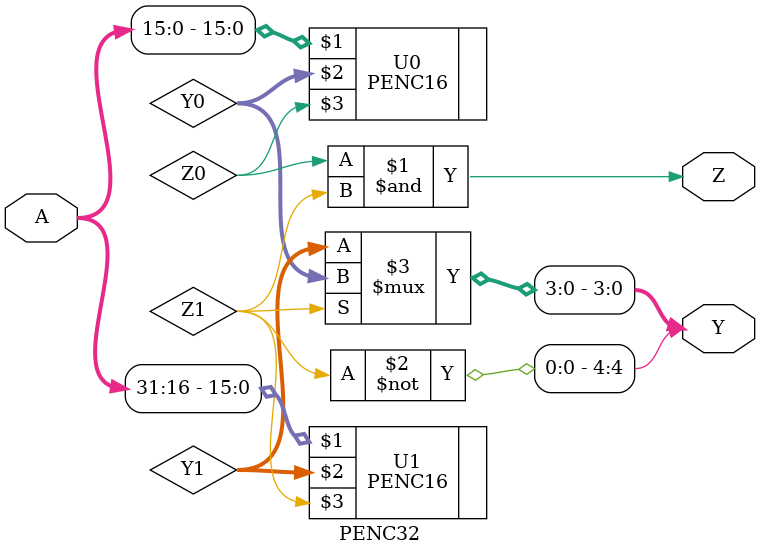
<source format=v>
module PENC32(A,Y,Z);

input [31:0] A;
output [4:0] Y;
output Z;

wire [3:0]Y0,Y1;
wire Z0,Z1;

PENC16 U0(A[15:0],Y0,Z0);
PENC16 U1(A[31:16],Y1,Z1);

assign Z=Z0&Z1;
assign Y[4]=~Z1;
assign Y[3:0]=(Y[4])?Y1:Y0;

endmodule 
</source>
